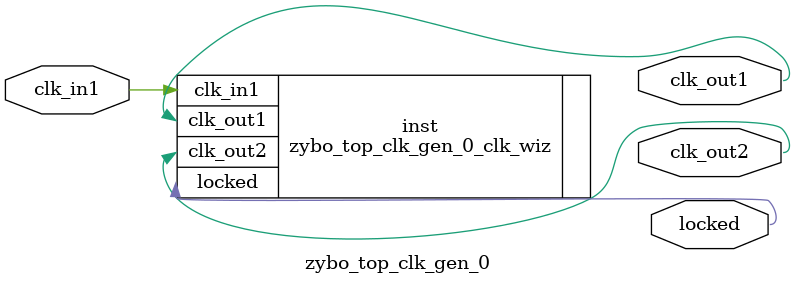
<source format=v>


`timescale 1ps/1ps

(* CORE_GENERATION_INFO = "zybo_top_clk_gen_0,clk_wiz_v5_4_1_0,{component_name=zybo_top_clk_gen_0,use_phase_alignment=true,use_min_o_jitter=false,use_max_i_jitter=false,use_dyn_phase_shift=false,use_inclk_switchover=false,use_dyn_reconfig=false,enable_axi=0,feedback_source=FDBK_AUTO,PRIMITIVE=PLL,num_out_clk=2,clkin1_period=8.000,clkin2_period=10.000,use_power_down=false,use_reset=false,use_locked=true,use_inclk_stopped=false,feedback_type=SINGLE,CLOCK_MGR_TYPE=NA,manual_override=false}" *)

module zybo_top_clk_gen_0 
 (
  // Clock out ports
  output        clk_out1,
  output        clk_out2,
  // Status and control signals
  output        locked,
 // Clock in ports
  input         clk_in1
 );

  zybo_top_clk_gen_0_clk_wiz inst
  (
  // Clock out ports  
  .clk_out1(clk_out1),
  .clk_out2(clk_out2),
  // Status and control signals               
  .locked(locked),
 // Clock in ports
  .clk_in1(clk_in1)
  );

endmodule

</source>
